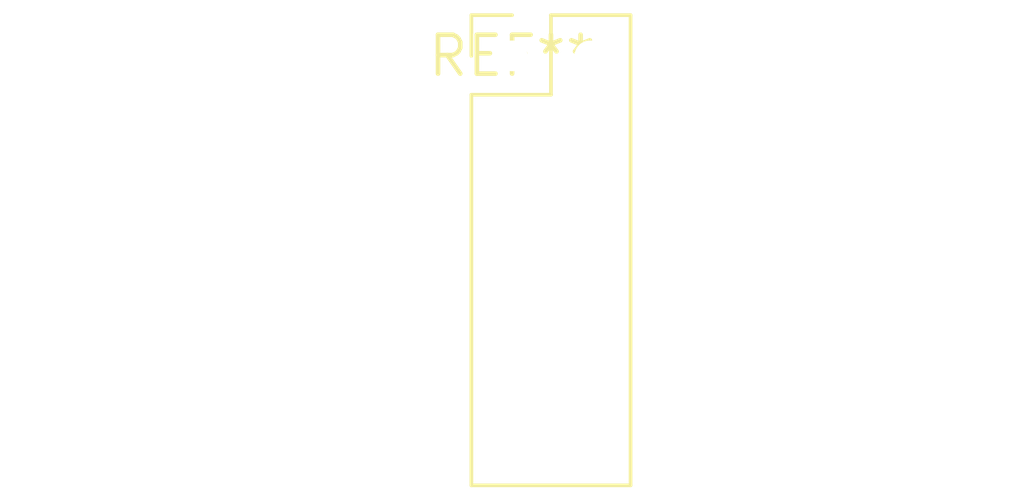
<source format=kicad_pcb>
(kicad_pcb (version 20240108) (generator pcbnew)
  (layers (0 "F.Cu" signal) (31 "B.Cu" signal) (34 "B.Paste" user) (35 "F.Paste" user) (36 "B.SilkS" user "B.Silkscreen") (37 "F.SilkS" user "F.Silkscreen") (38 "B.Mask" user) (39 "F.Mask" user) (44 "Edge.Cuts" user))
  (net 0 "")
  (footprint "PinHeader_2x06_P2.54mm_Vertical" (layer "F.Cu") (at 0 0)
    (property "Reference" "REF**")
    (property "Value" "PinHeader_2x06_P2.54mm_Vertical")
    (fp_line (start -1.33 -1.33) (end 0 -1.33) (layer "F.SilkS") (stroke (width 0.12)))
    (fp_line (start -1.33 0) (end -1.33 -1.33) (layer "F.SilkS") (stroke (width 0.12)))
    (fp_line (start -1.33 1.27) (end -1.33 14.03) (layer "F.SilkS") (stroke (width 0.12)))
    (fp_line (start -1.33 1.27) (end 1.27 1.27) (layer "F.SilkS") (stroke (width 0.12)))
    (fp_line (start -1.33 14.03) (end 3.87 14.03) (layer "F.SilkS") (stroke (width 0.12)))
    (fp_line (start 1.27 -1.33) (end 3.87 -1.33) (layer "F.SilkS") (stroke (width 0.12)))
    (fp_line (start 1.27 1.27) (end 1.27 -1.33) (layer "F.SilkS") (stroke (width 0.12)))
    (fp_line (start 3.87 -1.33) (end 3.87 14.03) (layer "F.SilkS") (stroke (width 0.12)))
    (pad "1" thru_hole rect (at 0 0) (size 1.7 1.7) (drill 1) (layers *.Cu *.Mask) (remove_unused_layers))
    (pad "2" thru_hole oval (at 2.54 0) (size 1.7 1.7) (drill 1) (layers *.Cu *.Mask) (remove_unused_layers))
    (pad "3" thru_hole oval (at 0 2.54) (size 1.7 1.7) (drill 1) (layers *.Cu *.Mask) (remove_unused_layers))
    (pad "4" thru_hole oval (at 2.54 2.54) (size 1.7 1.7) (drill 1) (layers *.Cu *.Mask) (remove_unused_layers))
    (pad "5" thru_hole oval (at 0 5.08) (size 1.7 1.7) (drill 1) (layers *.Cu *.Mask) (remove_unused_layers))
    (pad "6" thru_hole oval (at 2.54 5.08) (size 1.7 1.7) (drill 1) (layers *.Cu *.Mask) (remove_unused_layers))
    (pad "7" thru_hole oval (at 0 7.62) (size 1.7 1.7) (drill 1) (layers *.Cu *.Mask) (remove_unused_layers))
    (pad "8" thru_hole oval (at 2.54 7.62) (size 1.7 1.7) (drill 1) (layers *.Cu *.Mask) (remove_unused_layers))
    (pad "9" thru_hole oval (at 0 10.16) (size 1.7 1.7) (drill 1) (layers *.Cu *.Mask) (remove_unused_layers))
    (pad "10" thru_hole oval (at 2.54 10.16) (size 1.7 1.7) (drill 1) (layers *.Cu *.Mask) (remove_unused_layers))
    (pad "11" thru_hole oval (at 0 12.7) (size 1.7 1.7) (drill 1) (layers *.Cu *.Mask) (remove_unused_layers))
    (pad "12" thru_hole oval (at 2.54 12.7) (size 1.7 1.7) (drill 1) (layers *.Cu *.Mask) (remove_unused_layers))
  )
)
</source>
